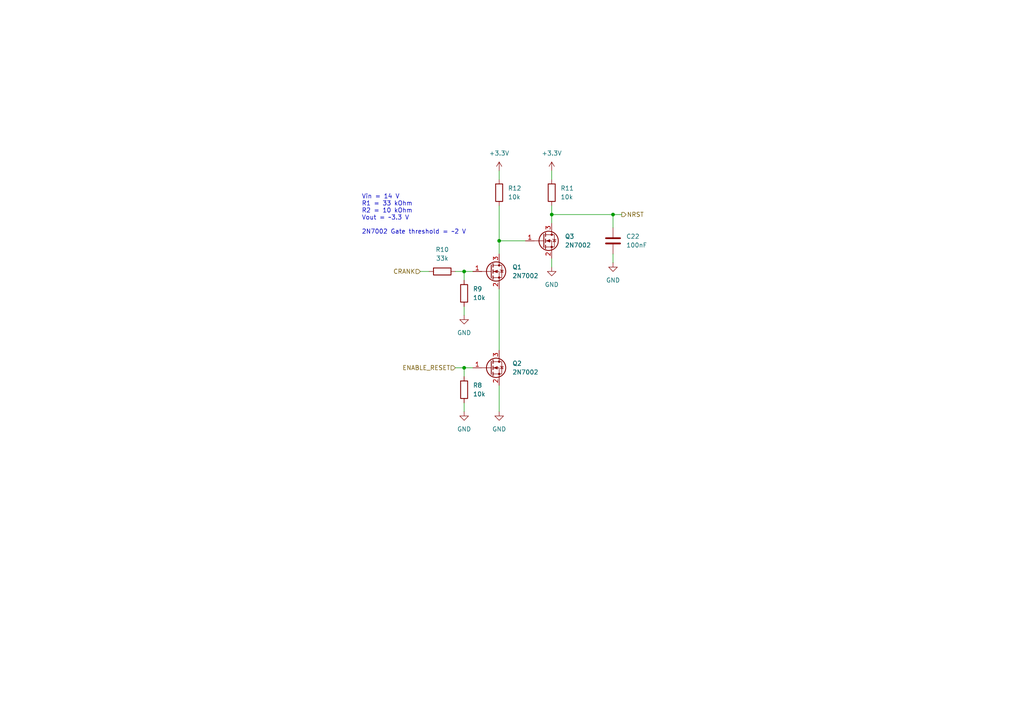
<source format=kicad_sch>
(kicad_sch (version 20231120) (generator "eeschema") (generator_version "8.0")
  (paper "A4")
  (lib_symbols
    (symbol "Device:C" (pin_numbers hide) (pin_names (offset 0.254))
      (property "Reference" "C" (at 0.635 2.54 0))
      (property "Value" "C" (at 0.635 -2.54 0))
      (symbol "C_0_1"
        (polyline (pts (xy -2.032 -0.762) (xy 2.032 -0.762)) (stroke (width 0.508)))
        (polyline (pts (xy -2.032 0.762) (xy 2.032 0.762)) (stroke (width 0.508)))
      )
      (symbol "C_1_1"
        (pin passive line (at 0 3.81 270) (length 2.794) (name "~") (number "1"))
        (pin passive line (at 0 -3.81 90) (length 2.794) (name "~") (number "2"))
      )
    )
    (symbol "Device:R" (pin_numbers hide) (pin_names (offset 0))
      (property "Reference" "R" (at 2.032 0 90))
      (property "Value" "R" (at 0 0 90))
      (symbol "R_0_1"
        (rectangle (start -1.016 -2.54) (end 1.016 2.54) (stroke (width 0.254)))
      )
      (symbol "R_1_1"
        (pin passive line (at 0 3.81 270) (length 1.27) (name "~") (number "1"))
        (pin passive line (at 0 -3.81 90) (length 1.27) (name "~") (number "2"))
      )
    )
    (symbol "Transistor_FET:2N7002" (pin_names hide)
      (property "Reference" "Q" (at 5.08 1.905 0))
      (property "Value" "2N7002" (at 5.08 0 0))
      (symbol "2N7002_0_1"
        (polyline (pts (xy 0.254 0) (xy -2.54 0)))
        (polyline (pts (xy 0.254 1.905) (xy 0.254 -1.905)) (stroke (width 0.254)))
        (polyline (pts (xy 0.762 -1.27) (xy 0.762 -2.286)) (stroke (width 0.254)))
        (polyline (pts (xy 0.762 0.508) (xy 0.762 -0.508)) (stroke (width 0.254)))
        (polyline (pts (xy 0.762 2.286) (xy 0.762 1.27)) (stroke (width 0.254)))
        (polyline (pts (xy 2.54 2.54) (xy 2.54 1.778)))
        (polyline (pts (xy 2.54 -2.54) (xy 2.54 0) (xy 0.762 0)))
        (polyline (pts (xy 0.762 -1.778) (xy 3.302 -1.778) (xy 3.302 1.778) (xy 0.762 1.778)))
        (polyline (pts (xy 1.016 0) (xy 2.032 0.381) (xy 2.032 -0.381) (xy 1.016 0)) (fill (type outline)))
        (polyline (pts (xy 2.794 0.508) (xy 2.921 0.381) (xy 3.683 0.381) (xy 3.81 0.254)))
        (polyline (pts (xy 3.302 0.381) (xy 2.921 -0.254) (xy 3.683 -0.254) (xy 3.302 0.381)))
        (circle (center 1.651 0) (radius 2.794) (stroke (width 0.254)))
        (circle (center 2.54 -1.778) (radius 0.254) (fill (type outline)))
        (circle (center 2.54 1.778) (radius 0.254) (fill (type outline)))
      )
      (symbol "2N7002_1_1"
        (pin input line (at -5.08 0 0) (length 2.54) (name "G") (number "1"))
        (pin passive line (at 2.54 -5.08 90) (length 2.54) (name "S") (number "2"))
        (pin passive line (at 2.54 5.08 270) (length 2.54) (name "D") (number "3"))
      )
    )
    (symbol "power:+3.3V" (power) (pin_numbers hide) (pin_names (offset 0) hide)
      (property "Value" "+3.3V" (at 0 3.556 0))
      (symbol "+3.3V_0_1"
        (polyline (pts (xy -0.762 1.27) (xy 0 2.54)))
        (polyline (pts (xy 0 0) (xy 0 2.54)))
        (polyline (pts (xy 0 2.54) (xy 0.762 1.27)))
      )
      (symbol "+3.3V_1_1"
        (pin power_in line (at 0 0 90) (length 0) (name "~") (number "1"))
      )
    )
    (symbol "power:GND" (power) (pin_numbers hide) (pin_names (offset 0) hide)
      (property "Value" "GND" (at 0 -3.81 0))
      (symbol "GND_0_1"
        (polyline (pts (xy 0 0) (xy 0 -1.27) (xy 1.27 -1.27) (xy 0 -2.54) (xy -1.27 -1.27) (xy 0 -1.27)))
      )
      (symbol "GND_1_1"
        (pin power_in line (at 0 0 270) (length 0) (name "~") (number "1"))
      )
    )
  )
  (junction (at 160.02 62.23))
  (junction (at 177.8 62.23))
  (junction (at 134.62 78.74))
  (junction (at 134.62 106.68))
  (junction (at 144.78 69.85))
  (wire (pts (xy 132.08 78.74) (xy 134.62 78.74)))
  (wire (pts (xy 121.92 78.74) (xy 124.46 78.74)))
  (wire (pts (xy 144.78 49.53) (xy 144.78 52.07)))
  (wire (pts (xy 160.02 74.93) (xy 160.02 77.47)))
  (wire (pts (xy 160.02 62.23) (xy 160.02 64.77)))
  (wire (pts (xy 134.62 116.84) (xy 134.62 119.38)))
  (wire (pts (xy 144.78 69.85) (xy 152.4 69.85)))
  (wire (pts (xy 177.8 62.23) (xy 160.02 62.23)))
  (wire (pts (xy 144.78 59.69) (xy 144.78 69.85)))
  (wire (pts (xy 177.8 62.23) (xy 180.34 62.23)))
  (wire (pts (xy 134.62 78.74) (xy 134.62 81.28)))
  (wire (pts (xy 144.78 111.76) (xy 144.78 119.38)))
  (wire (pts (xy 132.08 106.68) (xy 134.62 106.68)))
  (wire (pts (xy 160.02 59.69) (xy 160.02 62.23)))
  (wire (pts (xy 134.62 88.9) (xy 134.62 91.44)))
  (wire (pts (xy 144.78 69.85) (xy 144.78 73.66)))
  (wire (pts (xy 137.16 106.68) (xy 134.62 106.68)))
  (wire (pts (xy 144.78 83.82) (xy 144.78 101.6)))
  (wire (pts (xy 160.02 49.53) (xy 160.02 52.07)))
  (wire (pts (xy 134.62 106.68) (xy 134.62 109.22)))
  (wire (pts (xy 137.16 78.74) (xy 134.62 78.74)))
  (wire (pts (xy 177.8 73.66) (xy 177.8 76.2)))
  (wire (pts (xy 177.8 66.04) (xy 177.8 62.23)))
  (text "Vin = 14 V\nR1 = 33 kOhm\nR2 = 10 kOhm\nVout = ~3.3 V\n\n2N7002 Gate threshold = ~2 V" (at 104.902 62.23 0) (effects (font (size 1.27 1.27)) (justify left)))
  (hierarchical_label "ENABLE_RESET" (shape input) (at 132.08 106.68 180))
  (hierarchical_label "NRST" (shape output) (at 180.34 62.23 0))
  (hierarchical_label "CRANK" (shape input) (at 121.92 78.74 180))
  (symbol (lib_id "Transistor_FET:2N7002") (at 157.48 69.85 0) (unit 1)
    (property "Reference" "Q3" (at 163.83 68.5799 0) (effects (justify left)))
    (property "Value" "2N7002" (at 163.83 71.1199 0) (effects (justify left)))
    (property "Footprint" "Package_TO_SOT_SMD:SOT-23" (effects (hide yes)))
    (property "Datasheet" "https://www.onsemi.com/pub/Collateral/NDS7002A-D.PDF" (effects (hide yes)))
    (property "Description" "0.115A Id, 60V Vds, N-Channel MOSFET, SOT-23" (effects (hide yes)))
  )
  (symbol (lib_id "Transistor_FET:2N7002") (at 142.24 78.74 0) (unit 1)
    (property "Reference" "Q1" (at 148.59 77.4699 0) (effects (justify left)))
    (property "Value" "2N7002" (at 148.59 80.0099 0) (effects (justify left)))
    (property "Footprint" "Package_TO_SOT_SMD:SOT-23" (effects (hide yes)))
    (property "Datasheet" "https://www.onsemi.com/pub/Collateral/NDS7002A-D.PDF" (effects (hide yes)))
    (property "Description" "0.115A Id, 60V Vds, N-Channel MOSFET, SOT-23" (effects (hide yes)))
  )
  (symbol (lib_id "Device:R") (at 160.02 55.88 0) (unit 1)
    (property "Reference" "R11" (at 162.56 54.6099 0) (effects (justify left)))
    (property "Value" "10k" (at 162.56 57.1499 0) (effects (justify left)))
    (property "Description" "Resistor" (effects (hide yes)))
  )
  (symbol (lib_id "Transistor_FET:2N7002") (at 142.24 106.68 0) (unit 1)
    (property "Reference" "Q2" (at 148.59 105.4099 0) (effects (justify left)))
    (property "Value" "2N7002" (at 148.59 107.9499 0) (effects (justify left)))
    (property "Footprint" "Package_TO_SOT_SMD:SOT-23" (effects (hide yes)))
    (property "Datasheet" "https://www.onsemi.com/pub/Collateral/NDS7002A-D.PDF" (effects (hide yes)))
    (property "Description" "0.115A Id, 60V Vds, N-Channel MOSFET, SOT-23" (effects (hide yes)))
  )
  (symbol (lib_id "power:GND") (at 177.8 76.2 0) (unit 1)
    (property "Reference" "#PWR068" (effects (hide yes)))
    (property "Value" "GND" (at 177.8 81.28 0))
    (property "Description" "Power symbol creates a global label with name \"GND\" , ground" (effects (hide yes)))
  )
  (symbol (lib_id "Device:C") (at 177.8 69.85 0) (unit 1)
    (property "Reference" "C22" (at 181.61 68.5799 0) (effects (justify left)))
    (property "Value" "100nF" (at 181.61 71.1199 0) (effects (justify left)))
    (property "Description" "Unpolarized capacitor" (effects (hide yes)))
  )
  (symbol (lib_id "power:GND") (at 134.62 119.38 0) (unit 1)
    (property "Reference" "#PWR062" (effects (hide yes)))
    (property "Value" "GND" (at 134.62 124.46 0))
    (property "Description" "Power symbol creates a global label with name \"GND\" , ground" (effects (hide yes)))
  )
  (symbol (lib_id "power:GND") (at 144.78 119.38 0) (unit 1)
    (property "Reference" "#PWR064" (effects (hide yes)))
    (property "Value" "GND" (at 144.78 124.46 0))
    (property "Description" "Power symbol creates a global label with name \"GND\" , ground" (effects (hide yes)))
  )
  (symbol (lib_id "Device:R") (at 144.78 55.88 0) (unit 1)
    (property "Reference" "R12" (at 147.32 54.6099 0) (effects (justify left)))
    (property "Value" "10k" (at 147.32 57.1499 0) (effects (justify left)))
    (property "Description" "Resistor" (effects (hide yes)))
  )
  (symbol (lib_id "Device:R") (at 134.62 113.03 0) (unit 1)
    (property "Reference" "R8" (at 137.16 111.7599 0) (effects (justify left)))
    (property "Value" "10k" (at 137.16 114.2999 0) (effects (justify left)))
    (property "Description" "Resistor" (effects (hide yes)))
  )
  (symbol (lib_id "Device:R") (at 128.27 78.74 90) (unit 1)
    (property "Reference" "R10" (at 128.27 72.39 90))
    (property "Value" "33k" (at 128.27 74.93 90))
    (property "Description" "Resistor" (effects (hide yes)))
  )
  (symbol (lib_id "power:GND") (at 160.02 77.47 0) (unit 1)
    (property "Reference" "#PWR065" (effects (hide yes)))
    (property "Value" "GND" (at 160.02 82.55 0))
    (property "Description" "Power symbol creates a global label with name \"GND\" , ground" (effects (hide yes)))
  )
  (symbol (lib_id "power:+3.3V") (at 160.02 49.53 0) (unit 1)
    (property "Reference" "#PWR066" (effects (hide yes)))
    (property "Value" "+3.3V" (at 160.02 44.45 0))
    (property "Description" "Power symbol creates a global label with name \"+3.3V\"" (effects (hide yes)))
  )
  (symbol (lib_id "Device:R") (at 134.62 85.09 0) (unit 1)
    (property "Reference" "R9" (at 137.16 83.8199 0) (effects (justify left)))
    (property "Value" "10k" (at 137.16 86.3599 0) (effects (justify left)))
    (property "Description" "Resistor" (effects (hide yes)))
  )
  (symbol (lib_id "power:GND") (at 134.62 91.44 0) (unit 1)
    (property "Reference" "#PWR063" (effects (hide yes)))
    (property "Value" "GND" (at 134.62 96.52 0))
    (property "Description" "Power symbol creates a global label with name \"GND\" , ground" (effects (hide yes)))
  )
  (symbol (lib_id "power:+3.3V") (at 144.78 49.53 0) (unit 1)
    (property "Reference" "#PWR067" (effects (hide yes)))
    (property "Value" "+3.3V" (at 144.78 44.45 0))
    (property "Description" "Power symbol creates a global label with name \"+3.3V\"" (effects (hide yes)))
  )
)
</source>
